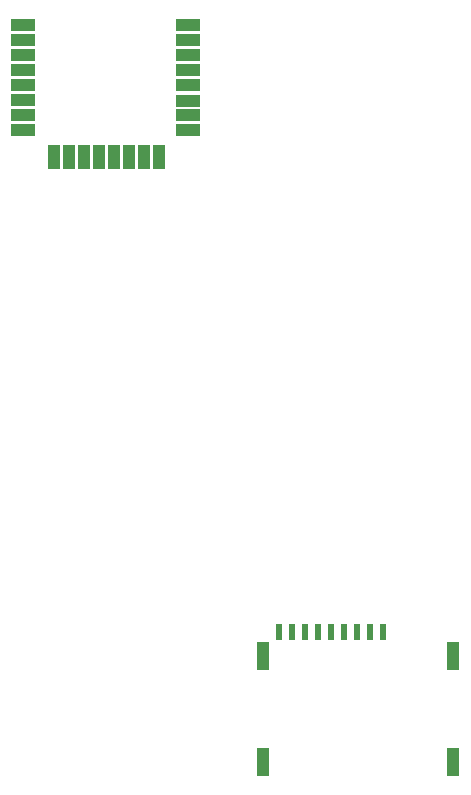
<source format=gbr>
%TF.GenerationSoftware,KiCad,Pcbnew,7.0.2*%
%TF.CreationDate,2023-07-21T23:10:52-07:00*%
%TF.ProjectId,Score-Board,53636f72-652d-4426-9f61-72642e6b6963,1*%
%TF.SameCoordinates,Original*%
%TF.FileFunction,Paste,Top*%
%TF.FilePolarity,Positive*%
%FSLAX46Y46*%
G04 Gerber Fmt 4.6, Leading zero omitted, Abs format (unit mm)*
G04 Created by KiCad (PCBNEW 7.0.2) date 2023-07-21 23:10:52*
%MOMM*%
%LPD*%
G01*
G04 APERTURE LIST*
%ADD10R,0.620000X1.400000*%
%ADD11R,1.100000X2.400000*%
%ADD12R,2.000000X1.000000*%
%ADD13R,1.000000X2.000000*%
G04 APERTURE END LIST*
D10*
%TO.C,SD1*%
X202290000Y-107198000D03*
X201190000Y-107198000D03*
X200090000Y-107198000D03*
X198990000Y-107198000D03*
X197890000Y-107198000D03*
X196790000Y-107198000D03*
X195690000Y-107198000D03*
X194590000Y-107198000D03*
X193490000Y-107198000D03*
D11*
X192110000Y-109198000D03*
X192110000Y-118198000D03*
X208260000Y-109198000D03*
X208260000Y-118198000D03*
%TD*%
D12*
%TO.C,U2*%
X171822100Y-55812500D03*
X171822100Y-57082500D03*
X171822100Y-58352500D03*
X171822100Y-59622500D03*
X171822100Y-60892500D03*
X171822100Y-62162500D03*
X171822100Y-63432500D03*
X171822100Y-64702500D03*
D13*
X174442100Y-66962500D03*
X175712100Y-66962500D03*
X176982100Y-66962500D03*
X178252100Y-66962500D03*
X179522100Y-66962500D03*
X180792372Y-66972349D03*
X182062100Y-66962500D03*
X183332100Y-66962500D03*
D12*
X185792100Y-64702500D03*
X185792100Y-63432500D03*
X185801319Y-62225188D03*
X185792100Y-60892500D03*
X185792100Y-59622500D03*
X185792100Y-58352500D03*
X185792100Y-57082500D03*
X185792100Y-55812500D03*
%TD*%
M02*

</source>
